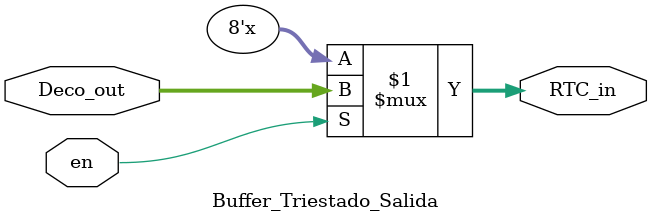
<source format=v>
`timescale 1ns / 1ps
module Buffer_Triestado_Salida(
    input [7:0] Deco_out,
    input en,
    output [7:0] RTC_in
    );
	 
	 assign RTC_in = en ? Deco_out : 8'bz; 
		 
endmodule

</source>
